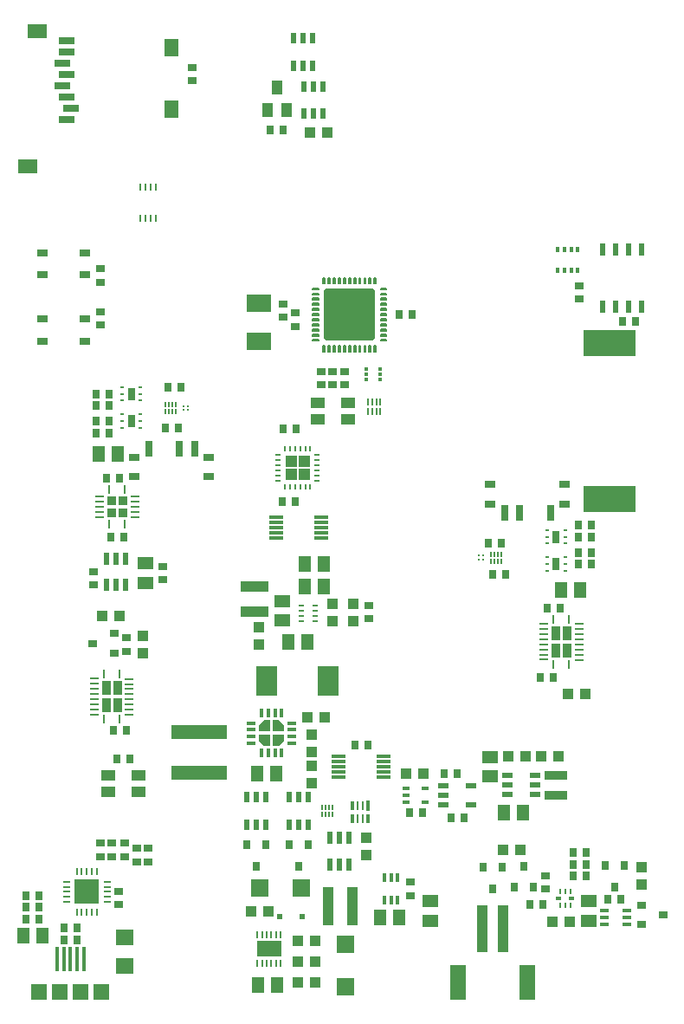
<source format=gbr>
G04 EAGLE Gerber X2 export*
%TF.Part,Single*%
%TF.FileFunction,Paste,Top*%
%TF.FilePolarity,Positive*%
%TF.GenerationSoftware,Autodesk,EAGLE,9.2.1*%
%TF.CreationDate,2018-11-01T02:04:35Z*%
G75*
%MOMM*%
%FSLAX34Y34*%
%LPD*%
%INSolderpaste Top*%
%IPPOS*%
%AMOC8*
5,1,8,0,0,1.08239X$1,22.5*%
G01*
%ADD10R,1.300000X1.500000*%
%ADD11R,2.000000X3.000000*%
%ADD12R,1.500000X1.300000*%
%ADD13R,0.900000X0.700000*%
%ADD14R,5.500000X1.450000*%
%ADD15R,2.700000X1.000000*%
%ADD16R,1.000000X1.000000*%
%ADD17R,0.850000X0.350000*%
%ADD18R,0.350000X0.850000*%
%ADD19R,0.550000X0.250000*%
%ADD20R,1.050000X0.600000*%
%ADD21R,2.300000X0.850000*%
%ADD22R,0.600000X0.300000*%
%ADD23R,0.250000X0.550000*%
%ADD24R,0.200000X0.550000*%
%ADD25R,0.700000X0.900000*%
%ADD26R,0.800000X0.900000*%
%ADD27R,0.250000X0.700000*%
%ADD28R,2.380000X1.650000*%
%ADD29R,0.600000X0.600000*%
%ADD30R,0.980000X3.700000*%
%ADD31R,0.600000X1.050000*%
%ADD32R,0.190000X0.510000*%
%ADD33R,0.250000X0.950000*%
%ADD34R,0.300000X0.950000*%
%ADD35R,0.300000X1.000000*%
%ADD36R,0.400000X0.260000*%
%ADD37R,0.800000X1.300000*%
%ADD38R,0.250000X0.250000*%
%ADD39R,1.000000X0.800000*%
%ADD40R,0.700000X1.600000*%
%ADD41R,0.200000X0.700000*%
%ADD42R,0.600000X1.200000*%
%ADD43R,5.080000X2.540000*%
%ADD44R,0.350000X0.500000*%
%ADD45R,1.000000X0.550000*%
%ADD46R,0.800000X0.350000*%
%ADD47R,0.550000X1.200000*%
%ADD48R,1.100000X1.000000*%
%ADD49R,0.250000X0.750000*%
%ADD50R,0.700000X0.250000*%
%ADD51R,2.450000X2.450000*%
%ADD52R,0.450000X2.350000*%
%ADD53R,1.500000X1.550000*%
%ADD54R,1.400000X1.100000*%
%ADD55R,0.450000X0.300000*%
%ADD56R,1.050000X0.650000*%
%ADD57C,0.150000*%
%ADD58C,0.500000*%
%ADD59R,2.400000X1.700000*%
%ADD60R,1.900000X1.400000*%
%ADD61R,1.400000X1.800000*%
%ADD62R,1.500000X0.700000*%
%ADD63R,0.600000X1.100000*%
%ADD64R,1.000000X1.400000*%
%ADD65R,1.000000X1.100000*%
%ADD66R,0.850000X0.280000*%
%ADD67R,0.280000X0.850000*%
%ADD68R,0.820000X1.320000*%
%ADD69R,0.820000X0.820000*%
%ADD70R,0.900000X0.800000*%
%ADD71R,1.450000X0.300000*%
%ADD72R,1.800000X1.700000*%
%ADD73R,1.700000X1.800000*%
%ADD74R,1.000000X4.600000*%
%ADD75R,1.600000X3.400000*%
%ADD76R,1.800000X1.600000*%
%ADD77R,0.600000X0.240000*%
%ADD78R,0.240000X0.600000*%

G36*
X291205Y526779D02*
X291205Y526779D01*
X291205Y526780D01*
X291205Y537580D01*
X291201Y537585D01*
X291200Y537585D01*
X280400Y537585D01*
X280395Y537581D01*
X280395Y537580D01*
X280395Y526780D01*
X280399Y526775D01*
X280400Y526775D01*
X291200Y526775D01*
X291205Y526779D01*
G37*
G36*
X278405Y526779D02*
X278405Y526779D01*
X278405Y526780D01*
X278405Y537580D01*
X278401Y537585D01*
X278400Y537585D01*
X267600Y537585D01*
X267595Y537581D01*
X267595Y537580D01*
X267595Y526780D01*
X267599Y526775D01*
X267600Y526775D01*
X278400Y526775D01*
X278405Y526779D01*
G37*
G36*
X291205Y513979D02*
X291205Y513979D01*
X291205Y513980D01*
X291205Y524780D01*
X291201Y524785D01*
X291200Y524785D01*
X280400Y524785D01*
X280395Y524781D01*
X280395Y524780D01*
X280395Y513980D01*
X280399Y513975D01*
X280400Y513975D01*
X291200Y513975D01*
X291205Y513979D01*
G37*
G36*
X278405Y513979D02*
X278405Y513979D01*
X278405Y513980D01*
X278405Y524780D01*
X278401Y524785D01*
X278400Y524785D01*
X267600Y524785D01*
X267595Y524781D01*
X267595Y524780D01*
X267595Y513980D01*
X267599Y513975D01*
X267600Y513975D01*
X278400Y513975D01*
X278405Y513979D01*
G37*
G36*
X252505Y254199D02*
X252505Y254199D01*
X252505Y254200D01*
X252505Y265200D01*
X252501Y265205D01*
X252500Y265205D01*
X241500Y265205D01*
X241495Y265201D01*
X241495Y265200D01*
X241495Y259420D01*
X241497Y259418D01*
X241496Y259416D01*
X246716Y254196D01*
X246719Y254196D01*
X246720Y254195D01*
X252500Y254195D01*
X252505Y254199D01*
G37*
G36*
X261282Y254197D02*
X261282Y254197D01*
X261284Y254196D01*
X266504Y259416D01*
X266504Y259419D01*
X266505Y259420D01*
X266505Y265200D01*
X266501Y265205D01*
X266500Y265205D01*
X255500Y265205D01*
X255495Y265201D01*
X255495Y265200D01*
X255495Y254200D01*
X255499Y254195D01*
X255500Y254195D01*
X261280Y254195D01*
X261282Y254197D01*
G37*
G36*
X252505Y268199D02*
X252505Y268199D01*
X252505Y268200D01*
X252505Y279200D01*
X252501Y279205D01*
X252500Y279205D01*
X246720Y279205D01*
X246718Y279203D01*
X246716Y279204D01*
X241496Y273984D01*
X241496Y273981D01*
X241495Y273980D01*
X241495Y268200D01*
X241499Y268195D01*
X241500Y268195D01*
X252500Y268195D01*
X252505Y268199D01*
G37*
G36*
X266505Y268199D02*
X266505Y268199D01*
X266505Y268200D01*
X266505Y273980D01*
X266503Y273982D01*
X266504Y273984D01*
X261284Y279204D01*
X261281Y279204D01*
X261280Y279205D01*
X255500Y279205D01*
X255495Y279201D01*
X255495Y279200D01*
X255495Y268200D01*
X255499Y268195D01*
X255500Y268195D01*
X266500Y268195D01*
X266505Y268199D01*
G37*
D10*
X258420Y227330D03*
X239420Y227330D03*
D11*
X249400Y317500D03*
X309400Y317500D03*
D10*
X269900Y355600D03*
X288900Y355600D03*
D12*
X264160Y376580D03*
X264160Y395580D03*
D13*
X349250Y391310D03*
X349250Y378310D03*
D10*
X286410Y431800D03*
X305410Y431800D03*
X286410Y410210D03*
X305410Y410210D03*
D14*
X182880Y227650D03*
X182880Y267650D03*
D15*
X237490Y385510D03*
X237490Y409510D03*
D16*
X293370Y234560D03*
X293370Y217560D03*
X293370Y265040D03*
X293370Y248040D03*
X288680Y281940D03*
X305680Y281940D03*
X241300Y370450D03*
X241300Y353450D03*
X334010Y376310D03*
X334010Y393310D03*
X313690Y393310D03*
X313690Y376310D03*
D17*
X273750Y276450D03*
X273750Y269950D03*
X273750Y263450D03*
X273750Y256950D03*
D18*
X244250Y246950D03*
X250750Y246950D03*
X257250Y246950D03*
X263750Y246950D03*
X263750Y286450D03*
X257250Y286450D03*
X250750Y286450D03*
X244250Y286450D03*
D17*
X234250Y276450D03*
X234250Y269950D03*
X234250Y263450D03*
X234250Y256950D03*
D19*
X296310Y376040D03*
X296310Y381040D03*
X296310Y386040D03*
X296310Y391040D03*
X282810Y376040D03*
X282810Y381040D03*
X282810Y386040D03*
X282810Y391040D03*
D20*
X484340Y206400D03*
X484340Y215900D03*
X484340Y225400D03*
X511340Y225400D03*
X511340Y215900D03*
X511340Y206400D03*
D21*
X532130Y225650D03*
X532130Y206150D03*
D10*
X480720Y189230D03*
X499720Y189230D03*
D16*
X502530Y243840D03*
X485530Y243840D03*
X534280Y243840D03*
X517280Y243840D03*
D12*
X467360Y224180D03*
X467360Y243180D03*
D22*
X534520Y105410D03*
X547520Y105410D03*
D23*
X536020Y98660D03*
X546020Y98660D03*
X546020Y112160D03*
X536020Y112160D03*
D24*
X541020Y98660D03*
X541020Y112160D03*
D13*
X521970Y114150D03*
X521970Y127150D03*
D25*
X519580Y99060D03*
X506580Y99060D03*
X561490Y138430D03*
X548490Y138430D03*
X561490Y149860D03*
X548490Y149860D03*
D16*
X480450Y152400D03*
X497450Y152400D03*
D26*
X490880Y115730D03*
X509880Y115730D03*
X500380Y136730D03*
X479400Y135730D03*
X460400Y135730D03*
X469900Y114730D03*
D12*
X563880Y83210D03*
X563880Y102210D03*
D25*
X548490Y127000D03*
X561490Y127000D03*
D16*
X528710Y82550D03*
X545710Y82550D03*
D27*
X240210Y69880D03*
X244710Y69880D03*
X253710Y69880D03*
X249210Y69880D03*
X258210Y69880D03*
X262710Y69880D03*
X262710Y41880D03*
X258210Y41880D03*
X249210Y41880D03*
X253710Y41880D03*
X244710Y41880D03*
X240210Y41880D03*
D28*
X251460Y55880D03*
D10*
X240690Y20320D03*
X259690Y20320D03*
D16*
X296790Y63500D03*
X279790Y63500D03*
X296790Y43180D03*
X279790Y43180D03*
X279790Y22860D03*
X296790Y22860D03*
D29*
X262050Y87630D03*
X284050Y87630D03*
D10*
X360070Y86360D03*
X379070Y86360D03*
D30*
X309460Y97790D03*
X333160Y97790D03*
D12*
X408940Y102210D03*
X408940Y83210D03*
D16*
X234070Y92710D03*
X251070Y92710D03*
D31*
X229260Y204000D03*
X238760Y204000D03*
X248260Y204000D03*
X248260Y177000D03*
X238760Y177000D03*
X229260Y177000D03*
X271170Y204000D03*
X280670Y204000D03*
X290170Y204000D03*
X290170Y177000D03*
X280670Y177000D03*
X271170Y177000D03*
D32*
X303360Y193850D03*
X306860Y193850D03*
X310360Y193850D03*
X313860Y193850D03*
X313860Y187150D03*
X310360Y187150D03*
X306860Y187150D03*
X303360Y187150D03*
D33*
X342860Y182980D03*
X337860Y182980D03*
D34*
X347860Y182980D03*
X332860Y182980D03*
D35*
X347860Y195480D03*
D33*
X342860Y195480D03*
X337860Y195480D03*
D34*
X332860Y195480D03*
D36*
X125840Y578000D03*
X125840Y571500D03*
X125840Y565000D03*
X107840Y565000D03*
X107840Y571500D03*
X107840Y578000D03*
D37*
X116840Y571500D03*
D36*
X125840Y604670D03*
X125840Y598170D03*
X125840Y591670D03*
X107840Y591670D03*
X107840Y598170D03*
X107840Y604670D03*
D37*
X116840Y598170D03*
D32*
X149690Y587550D03*
X153190Y587550D03*
X156690Y587550D03*
X160190Y587550D03*
X160190Y580850D03*
X156690Y580850D03*
X153190Y580850D03*
X149690Y580850D03*
D38*
X168180Y582200D03*
X168180Y586200D03*
X168180Y582200D03*
X172180Y582200D03*
X172180Y586200D03*
D25*
X152250Y604520D03*
X165250Y604520D03*
X82400Y586740D03*
X95400Y586740D03*
X82400Y598170D03*
X95400Y598170D03*
X95400Y571500D03*
X82400Y571500D03*
X95400Y560070D03*
X82400Y560070D03*
D36*
X523130Y451970D03*
X523130Y458470D03*
X523130Y464970D03*
X541130Y464970D03*
X541130Y458470D03*
X541130Y451970D03*
D37*
X532130Y458470D03*
D36*
X523130Y425300D03*
X523130Y431800D03*
X523130Y438300D03*
X541130Y438300D03*
X541130Y431800D03*
X541130Y425300D03*
D37*
X532130Y431800D03*
D32*
X478960Y434800D03*
X475460Y434800D03*
X471960Y434800D03*
X468460Y434800D03*
X468460Y441500D03*
X471960Y441500D03*
X475460Y441500D03*
X478960Y441500D03*
D38*
X460470Y440150D03*
X460470Y436150D03*
X460470Y440150D03*
X456470Y440150D03*
X456470Y436150D03*
D25*
X469750Y421640D03*
X482750Y421640D03*
X566570Y443230D03*
X553570Y443230D03*
X566570Y431800D03*
X553570Y431800D03*
X553570Y458470D03*
X566570Y458470D03*
X553570Y469900D03*
X566570Y469900D03*
D10*
X555600Y406400D03*
X536600Y406400D03*
X84480Y539750D03*
X103480Y539750D03*
D39*
X119710Y536320D03*
X119710Y517020D03*
X192710Y517020D03*
X192710Y536320D03*
D40*
X133710Y544670D03*
X163710Y544670D03*
X178710Y544670D03*
D25*
X162710Y565150D03*
X149710Y565150D03*
D39*
X540690Y490350D03*
X540690Y509650D03*
X467690Y509650D03*
X467690Y490350D03*
D40*
X526690Y482000D03*
X496690Y482000D03*
X481690Y482000D03*
D25*
X465940Y452120D03*
X478940Y452120D03*
D41*
X360330Y580970D03*
X356330Y580970D03*
X352330Y580970D03*
X348330Y580970D03*
X348330Y589970D03*
X352330Y589970D03*
X356330Y589970D03*
X360330Y589970D03*
D42*
X577850Y683200D03*
X590550Y683200D03*
X603250Y683200D03*
X615950Y683200D03*
X615950Y739200D03*
X603250Y739200D03*
X590550Y739200D03*
X577850Y739200D03*
D43*
X584200Y495300D03*
X584200Y647700D03*
D13*
X554990Y690730D03*
X554990Y703730D03*
D44*
X533810Y718730D03*
X540310Y718730D03*
X546810Y718730D03*
X553310Y718730D03*
X553310Y739230D03*
X546810Y739230D03*
X540310Y739230D03*
X533810Y739230D03*
D45*
X449110Y215240D03*
X449110Y196240D03*
X422110Y196240D03*
X422110Y205740D03*
X422110Y215240D03*
D25*
X435760Y227330D03*
X422760Y227330D03*
X429110Y184150D03*
X442110Y184150D03*
D46*
X404470Y199240D03*
X404470Y212240D03*
X385470Y212240D03*
X385470Y205740D03*
X385470Y199240D03*
D25*
X401470Y189230D03*
X388470Y189230D03*
D16*
X402200Y227330D03*
X385200Y227330D03*
D47*
X310540Y138130D03*
X320040Y138130D03*
X329540Y138130D03*
X329540Y164130D03*
X320040Y164130D03*
X310540Y164130D03*
D26*
X290170Y157320D03*
X271170Y157320D03*
X280670Y136320D03*
X248260Y157320D03*
X229260Y157320D03*
X238760Y136320D03*
D48*
X346710Y164710D03*
X346710Y147710D03*
D49*
X125850Y769360D03*
X130850Y769360D03*
X135850Y769360D03*
X140850Y769360D03*
X140850Y800360D03*
X135850Y800360D03*
X130850Y800360D03*
X125850Y800360D03*
D25*
X26820Y85090D03*
X13820Y85090D03*
D10*
X29820Y68580D03*
X10820Y68580D03*
D50*
X53340Y121440D03*
X53340Y116440D03*
X53340Y111440D03*
X53340Y106440D03*
X53340Y101440D03*
D27*
X63340Y91440D03*
X68340Y91440D03*
X73340Y91440D03*
X78340Y91440D03*
X83340Y91440D03*
D50*
X93340Y101440D03*
X93340Y106440D03*
X93340Y111440D03*
X93340Y116440D03*
X93340Y121440D03*
D27*
X83340Y131440D03*
X78340Y131440D03*
X73340Y131440D03*
X68340Y131440D03*
X63340Y131440D03*
D51*
X73340Y111440D03*
D25*
X63650Y64770D03*
X50650Y64770D03*
X63650Y76200D03*
X50650Y76200D03*
D13*
X104140Y98910D03*
X104140Y111910D03*
D25*
X13820Y96520D03*
X26820Y96520D03*
X13820Y107950D03*
X26820Y107950D03*
D52*
X44150Y45720D03*
X50650Y45720D03*
X57150Y45720D03*
X63650Y45720D03*
X70150Y45720D03*
D53*
X47150Y13970D03*
X67150Y13970D03*
X26650Y13970D03*
X87650Y13970D03*
D13*
X121920Y153820D03*
X121920Y140820D03*
X133350Y153820D03*
X133350Y140820D03*
X97790Y158900D03*
X97790Y145900D03*
X110490Y158900D03*
X110490Y145900D03*
D54*
X124220Y209170D03*
X94220Y209170D03*
X94220Y225170D03*
X124220Y225170D03*
D25*
X102720Y241300D03*
X115720Y241300D03*
D55*
X346310Y612220D03*
X346310Y617220D03*
X346310Y622220D03*
X359810Y622220D03*
X359810Y617220D03*
X359810Y612220D03*
D54*
X298690Y589660D03*
X328690Y589660D03*
X328690Y573660D03*
X298690Y573660D03*
D13*
X313690Y619910D03*
X313690Y606910D03*
X325120Y619910D03*
X325120Y606910D03*
X302260Y619910D03*
X302260Y606910D03*
D56*
X30050Y671150D03*
X71550Y671150D03*
X71550Y649650D03*
X30050Y649650D03*
D13*
X86360Y665330D03*
X86360Y678330D03*
D57*
X294200Y699890D02*
X299700Y699890D01*
X294200Y699890D02*
X294200Y701390D01*
X299700Y701390D01*
X299700Y699890D01*
X299700Y701315D02*
X294200Y701315D01*
X294200Y694890D02*
X299700Y694890D01*
X294200Y694890D02*
X294200Y696390D01*
X299700Y696390D01*
X299700Y694890D01*
X299700Y696315D02*
X294200Y696315D01*
X294200Y689890D02*
X299700Y689890D01*
X294200Y689890D02*
X294200Y691390D01*
X299700Y691390D01*
X299700Y689890D01*
X299700Y691315D02*
X294200Y691315D01*
X294200Y684890D02*
X299700Y684890D01*
X294200Y684890D02*
X294200Y686390D01*
X299700Y686390D01*
X299700Y684890D01*
X299700Y686315D02*
X294200Y686315D01*
X294200Y679890D02*
X299700Y679890D01*
X294200Y679890D02*
X294200Y681390D01*
X299700Y681390D01*
X299700Y679890D01*
X299700Y681315D02*
X294200Y681315D01*
X294200Y674890D02*
X299700Y674890D01*
X294200Y674890D02*
X294200Y676390D01*
X299700Y676390D01*
X299700Y674890D01*
X299700Y676315D02*
X294200Y676315D01*
X294200Y669890D02*
X299700Y669890D01*
X294200Y669890D02*
X294200Y671390D01*
X299700Y671390D01*
X299700Y669890D01*
X299700Y671315D02*
X294200Y671315D01*
X294200Y664890D02*
X299700Y664890D01*
X294200Y664890D02*
X294200Y666390D01*
X299700Y666390D01*
X299700Y664890D01*
X299700Y666315D02*
X294200Y666315D01*
X294200Y659890D02*
X299700Y659890D01*
X294200Y659890D02*
X294200Y661390D01*
X299700Y661390D01*
X299700Y659890D01*
X299700Y661315D02*
X294200Y661315D01*
X294200Y654890D02*
X299700Y654890D01*
X294200Y654890D02*
X294200Y656390D01*
X299700Y656390D01*
X299700Y654890D01*
X299700Y656315D02*
X294200Y656315D01*
X294200Y649890D02*
X299700Y649890D01*
X294200Y649890D02*
X294200Y651390D01*
X299700Y651390D01*
X299700Y649890D01*
X299700Y651315D02*
X294200Y651315D01*
X304450Y639640D02*
X305950Y639640D01*
X304450Y639640D02*
X304450Y645140D01*
X305950Y645140D01*
X305950Y639640D01*
X305950Y641065D02*
X304450Y641065D01*
X304450Y642490D02*
X305950Y642490D01*
X305950Y643915D02*
X304450Y643915D01*
X309450Y639640D02*
X310950Y639640D01*
X309450Y639640D02*
X309450Y645140D01*
X310950Y645140D01*
X310950Y639640D01*
X310950Y641065D02*
X309450Y641065D01*
X309450Y642490D02*
X310950Y642490D01*
X310950Y643915D02*
X309450Y643915D01*
X314450Y639640D02*
X315950Y639640D01*
X314450Y639640D02*
X314450Y645140D01*
X315950Y645140D01*
X315950Y639640D01*
X315950Y641065D02*
X314450Y641065D01*
X314450Y642490D02*
X315950Y642490D01*
X315950Y643915D02*
X314450Y643915D01*
X319450Y639640D02*
X320950Y639640D01*
X319450Y639640D02*
X319450Y645140D01*
X320950Y645140D01*
X320950Y639640D01*
X320950Y641065D02*
X319450Y641065D01*
X319450Y642490D02*
X320950Y642490D01*
X320950Y643915D02*
X319450Y643915D01*
X324450Y639640D02*
X325950Y639640D01*
X324450Y639640D02*
X324450Y645140D01*
X325950Y645140D01*
X325950Y639640D01*
X325950Y641065D02*
X324450Y641065D01*
X324450Y642490D02*
X325950Y642490D01*
X325950Y643915D02*
X324450Y643915D01*
X329450Y639640D02*
X330950Y639640D01*
X329450Y639640D02*
X329450Y645140D01*
X330950Y645140D01*
X330950Y639640D01*
X330950Y641065D02*
X329450Y641065D01*
X329450Y642490D02*
X330950Y642490D01*
X330950Y643915D02*
X329450Y643915D01*
X334450Y639640D02*
X335950Y639640D01*
X334450Y639640D02*
X334450Y645140D01*
X335950Y645140D01*
X335950Y639640D01*
X335950Y641065D02*
X334450Y641065D01*
X334450Y642490D02*
X335950Y642490D01*
X335950Y643915D02*
X334450Y643915D01*
X339450Y639640D02*
X340950Y639640D01*
X339450Y639640D02*
X339450Y645140D01*
X340950Y645140D01*
X340950Y639640D01*
X340950Y641065D02*
X339450Y641065D01*
X339450Y642490D02*
X340950Y642490D01*
X340950Y643915D02*
X339450Y643915D01*
X344450Y639640D02*
X345950Y639640D01*
X344450Y639640D02*
X344450Y645140D01*
X345950Y645140D01*
X345950Y639640D01*
X345950Y641065D02*
X344450Y641065D01*
X344450Y642490D02*
X345950Y642490D01*
X345950Y643915D02*
X344450Y643915D01*
X349450Y639640D02*
X350950Y639640D01*
X349450Y639640D02*
X349450Y645140D01*
X350950Y645140D01*
X350950Y639640D01*
X350950Y641065D02*
X349450Y641065D01*
X349450Y642490D02*
X350950Y642490D01*
X350950Y643915D02*
X349450Y643915D01*
X354450Y639640D02*
X355950Y639640D01*
X354450Y639640D02*
X354450Y645140D01*
X355950Y645140D01*
X355950Y639640D01*
X355950Y641065D02*
X354450Y641065D01*
X354450Y642490D02*
X355950Y642490D01*
X355950Y643915D02*
X354450Y643915D01*
X360700Y649890D02*
X366200Y649890D01*
X360700Y649890D02*
X360700Y651390D01*
X366200Y651390D01*
X366200Y649890D01*
X366200Y651315D02*
X360700Y651315D01*
X360700Y654890D02*
X366200Y654890D01*
X360700Y654890D02*
X360700Y656390D01*
X366200Y656390D01*
X366200Y654890D01*
X366200Y656315D02*
X360700Y656315D01*
X360700Y659890D02*
X366200Y659890D01*
X360700Y659890D02*
X360700Y661390D01*
X366200Y661390D01*
X366200Y659890D01*
X366200Y661315D02*
X360700Y661315D01*
X360700Y664890D02*
X366200Y664890D01*
X360700Y664890D02*
X360700Y666390D01*
X366200Y666390D01*
X366200Y664890D01*
X366200Y666315D02*
X360700Y666315D01*
X360700Y669890D02*
X366200Y669890D01*
X360700Y669890D02*
X360700Y671390D01*
X366200Y671390D01*
X366200Y669890D01*
X366200Y671315D02*
X360700Y671315D01*
X360700Y674890D02*
X366200Y674890D01*
X360700Y674890D02*
X360700Y676390D01*
X366200Y676390D01*
X366200Y674890D01*
X366200Y676315D02*
X360700Y676315D01*
X360700Y679890D02*
X366200Y679890D01*
X360700Y679890D02*
X360700Y681390D01*
X366200Y681390D01*
X366200Y679890D01*
X366200Y681315D02*
X360700Y681315D01*
X360700Y684890D02*
X366200Y684890D01*
X360700Y684890D02*
X360700Y686390D01*
X366200Y686390D01*
X366200Y684890D01*
X366200Y686315D02*
X360700Y686315D01*
X360700Y689890D02*
X366200Y689890D01*
X360700Y689890D02*
X360700Y691390D01*
X366200Y691390D01*
X366200Y689890D01*
X366200Y691315D02*
X360700Y691315D01*
X360700Y694890D02*
X366200Y694890D01*
X360700Y694890D02*
X360700Y696390D01*
X366200Y696390D01*
X366200Y694890D01*
X366200Y696315D02*
X360700Y696315D01*
X360700Y699890D02*
X366200Y699890D01*
X360700Y699890D02*
X360700Y701390D01*
X366200Y701390D01*
X366200Y699890D01*
X366200Y701315D02*
X360700Y701315D01*
X355950Y706140D02*
X354450Y706140D01*
X354450Y711640D01*
X355950Y711640D01*
X355950Y706140D01*
X355950Y707565D02*
X354450Y707565D01*
X354450Y708990D02*
X355950Y708990D01*
X355950Y710415D02*
X354450Y710415D01*
X350950Y706140D02*
X349450Y706140D01*
X349450Y711640D01*
X350950Y711640D01*
X350950Y706140D01*
X350950Y707565D02*
X349450Y707565D01*
X349450Y708990D02*
X350950Y708990D01*
X350950Y710415D02*
X349450Y710415D01*
X345950Y706140D02*
X344450Y706140D01*
X344450Y711640D01*
X345950Y711640D01*
X345950Y706140D01*
X345950Y707565D02*
X344450Y707565D01*
X344450Y708990D02*
X345950Y708990D01*
X345950Y710415D02*
X344450Y710415D01*
X340950Y706140D02*
X339450Y706140D01*
X339450Y711640D01*
X340950Y711640D01*
X340950Y706140D01*
X340950Y707565D02*
X339450Y707565D01*
X339450Y708990D02*
X340950Y708990D01*
X340950Y710415D02*
X339450Y710415D01*
X335950Y706140D02*
X334450Y706140D01*
X334450Y711640D01*
X335950Y711640D01*
X335950Y706140D01*
X335950Y707565D02*
X334450Y707565D01*
X334450Y708990D02*
X335950Y708990D01*
X335950Y710415D02*
X334450Y710415D01*
X330950Y706140D02*
X329450Y706140D01*
X329450Y711640D01*
X330950Y711640D01*
X330950Y706140D01*
X330950Y707565D02*
X329450Y707565D01*
X329450Y708990D02*
X330950Y708990D01*
X330950Y710415D02*
X329450Y710415D01*
X325950Y706140D02*
X324450Y706140D01*
X324450Y711640D01*
X325950Y711640D01*
X325950Y706140D01*
X325950Y707565D02*
X324450Y707565D01*
X324450Y708990D02*
X325950Y708990D01*
X325950Y710415D02*
X324450Y710415D01*
X320950Y706140D02*
X319450Y706140D01*
X319450Y711640D01*
X320950Y711640D01*
X320950Y706140D01*
X320950Y707565D02*
X319450Y707565D01*
X319450Y708990D02*
X320950Y708990D01*
X320950Y710415D02*
X319450Y710415D01*
X315950Y706140D02*
X314450Y706140D01*
X314450Y711640D01*
X315950Y711640D01*
X315950Y706140D01*
X315950Y707565D02*
X314450Y707565D01*
X314450Y708990D02*
X315950Y708990D01*
X315950Y710415D02*
X314450Y710415D01*
X310950Y706140D02*
X309450Y706140D01*
X309450Y711640D01*
X310950Y711640D01*
X310950Y706140D01*
X310950Y707565D02*
X309450Y707565D01*
X309450Y708990D02*
X310950Y708990D01*
X310950Y710415D02*
X309450Y710415D01*
X305950Y706140D02*
X304450Y706140D01*
X304450Y711640D01*
X305950Y711640D01*
X305950Y706140D01*
X305950Y707565D02*
X304450Y707565D01*
X304450Y708990D02*
X305950Y708990D01*
X305950Y710415D02*
X304450Y710415D01*
D58*
X307700Y653140D02*
X352700Y653140D01*
X307700Y653140D02*
X307700Y698140D01*
X352700Y698140D01*
X352700Y653140D01*
X352700Y657890D02*
X307700Y657890D01*
X307700Y662640D02*
X352700Y662640D01*
X352700Y667390D02*
X307700Y667390D01*
X307700Y672140D02*
X352700Y672140D01*
X352700Y676890D02*
X307700Y676890D01*
X307700Y681640D02*
X352700Y681640D01*
X352700Y686390D02*
X307700Y686390D01*
X307700Y691140D02*
X352700Y691140D01*
X352700Y695890D02*
X307700Y695890D01*
D25*
X391310Y675640D03*
X378310Y675640D03*
D13*
X86360Y720240D03*
X86360Y707240D03*
D56*
X71550Y714420D03*
X30050Y714420D03*
X30050Y735920D03*
X71550Y735920D03*
D13*
X276860Y677060D03*
X276860Y664060D03*
D59*
X241300Y649520D03*
X241300Y686520D03*
D13*
X265430Y685950D03*
X265430Y672950D03*
X86360Y145900D03*
X86360Y158900D03*
D60*
X24620Y952310D03*
X15620Y820310D03*
D61*
X155620Y936310D03*
X155620Y876310D03*
D62*
X53620Y943310D03*
X53620Y932310D03*
X49620Y921310D03*
X53620Y910310D03*
X49620Y899310D03*
X53620Y888310D03*
X57620Y877310D03*
X53620Y866310D03*
D13*
X176530Y917090D03*
X176530Y904090D03*
D63*
X285140Y898690D03*
X294640Y898690D03*
X304140Y898690D03*
X304140Y871690D03*
X294640Y871690D03*
X285140Y871690D03*
D64*
X249580Y875460D03*
X268580Y875460D03*
X259080Y897460D03*
D25*
X252580Y855980D03*
X265580Y855980D03*
D65*
X291220Y853440D03*
X308220Y853440D03*
D31*
X274980Y945680D03*
X284480Y945680D03*
X293980Y945680D03*
X293980Y918680D03*
X284480Y918680D03*
X274980Y918680D03*
D66*
X80540Y289760D03*
X80540Y294760D03*
X80540Y299760D03*
X80540Y304760D03*
X80540Y309760D03*
X114840Y309560D03*
X114840Y304560D03*
X114840Y299560D03*
X114840Y294560D03*
X114840Y289560D03*
D67*
X90290Y280010D03*
X105290Y280010D03*
X105290Y324510D03*
X90290Y324510D03*
D68*
X92190Y294160D03*
D66*
X114840Y284560D03*
X114840Y314560D03*
X80540Y284760D03*
X80540Y314760D03*
X114840Y319560D03*
X80540Y319760D03*
D68*
X103390Y310360D03*
X92190Y310360D03*
X103390Y294160D03*
D25*
X92560Y515620D03*
X105560Y515620D03*
D66*
X554460Y368100D03*
X554460Y363100D03*
X554460Y358100D03*
X554460Y353100D03*
X554460Y348100D03*
X520160Y348300D03*
X520160Y353300D03*
X520160Y358300D03*
X520160Y363300D03*
X520160Y368300D03*
D67*
X544710Y377850D03*
X529710Y377850D03*
X529710Y333350D03*
X544710Y333350D03*
D68*
X542810Y363700D03*
D66*
X520160Y373300D03*
X520160Y343300D03*
X554460Y373100D03*
X554460Y343100D03*
X520160Y338300D03*
X554460Y338100D03*
D68*
X531610Y347500D03*
X542810Y347500D03*
X531610Y363700D03*
D25*
X529740Y321310D03*
X516740Y321310D03*
D66*
X85620Y477680D03*
X85620Y482680D03*
X85620Y487680D03*
X85620Y492680D03*
X85620Y497680D03*
X120120Y497680D03*
X120120Y492680D03*
X120120Y487680D03*
X120120Y482680D03*
X120120Y477680D03*
D67*
X95370Y470430D03*
X110370Y470430D03*
X110370Y504930D03*
X95370Y504930D03*
D69*
X97270Y482080D03*
X108470Y482080D03*
X108470Y493280D03*
X97270Y493280D03*
D47*
X92100Y411180D03*
X101600Y411180D03*
X111100Y411180D03*
X111100Y437180D03*
X101600Y437180D03*
X92100Y437180D03*
D70*
X100170Y344830D03*
X100170Y363830D03*
X79170Y354330D03*
D48*
X128270Y344560D03*
X128270Y361560D03*
D13*
X147320Y416410D03*
X147320Y429410D03*
D12*
X130810Y413410D03*
X130810Y432410D03*
D13*
X80010Y411330D03*
X80010Y424330D03*
X111760Y346560D03*
X111760Y359560D03*
D71*
X363630Y243680D03*
X363630Y233680D03*
X363630Y238680D03*
X363630Y228680D03*
X363630Y223680D03*
X319630Y223680D03*
X319630Y228680D03*
X319630Y233680D03*
X319630Y238680D03*
X319630Y243680D03*
D17*
X601550Y79860D03*
X601550Y86360D03*
X601550Y92860D03*
X579550Y92860D03*
X579550Y86360D03*
X579550Y79860D03*
D26*
X598780Y137000D03*
X579780Y137000D03*
X589280Y116000D03*
D48*
X615950Y135500D03*
X615950Y118500D03*
D25*
X595780Y104140D03*
X582780Y104140D03*
D18*
X377340Y125300D03*
X370840Y125300D03*
X364340Y125300D03*
X364340Y103300D03*
X370840Y103300D03*
X377340Y103300D03*
D13*
X389890Y107800D03*
X389890Y120800D03*
D25*
X348130Y255270D03*
X335130Y255270D03*
D71*
X302670Y477360D03*
X302670Y467360D03*
X302670Y472360D03*
X302670Y462360D03*
X302670Y457360D03*
X258670Y457360D03*
X258670Y462360D03*
X258670Y467360D03*
X258670Y472360D03*
X258670Y477360D03*
D25*
X264010Y492760D03*
X277010Y492760D03*
D16*
X543950Y304800D03*
X560950Y304800D03*
X105020Y381000D03*
X88020Y381000D03*
D70*
X616110Y98400D03*
X616110Y79400D03*
X637110Y88900D03*
D72*
X283390Y115570D03*
X242390Y115570D03*
D73*
X326390Y18870D03*
X326390Y59870D03*
D74*
X479900Y75100D03*
X459900Y75100D03*
D75*
X503900Y23100D03*
X435900Y23100D03*
D76*
X110490Y39340D03*
X110490Y67340D03*
D77*
X260400Y538280D03*
X260400Y533280D03*
X260400Y528280D03*
X260400Y523280D03*
X260400Y518280D03*
X260400Y513280D03*
D78*
X266900Y544780D03*
X271900Y544780D03*
X276900Y544780D03*
X281900Y544780D03*
X286900Y544780D03*
X291900Y544780D03*
X291900Y506780D03*
X286900Y506780D03*
X281900Y506780D03*
X276900Y506780D03*
X271900Y506780D03*
X266900Y506780D03*
D77*
X298400Y513280D03*
X298400Y518280D03*
X298400Y523280D03*
X298400Y528280D03*
X298400Y533280D03*
X298400Y538280D03*
D25*
X109370Y458470D03*
X96370Y458470D03*
X111910Y269240D03*
X98910Y269240D03*
X523090Y388620D03*
X536090Y388620D03*
X596750Y669290D03*
X609750Y669290D03*
X265280Y563880D03*
X278280Y563880D03*
M02*

</source>
